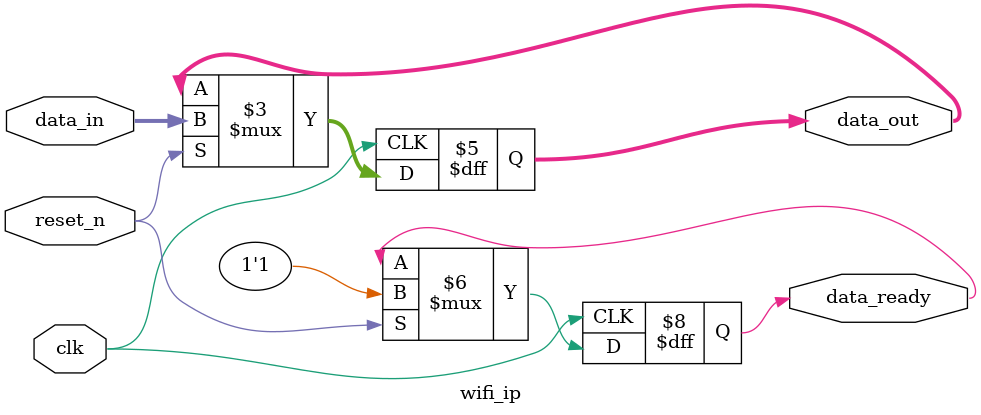
<source format=v>
module wifi_ip (
    input wire clk,
    input wire reset_n,
    input wire [31:0] data_in,
    output wire [31:0] data_out,
    output wire data_ready
);
    // Placeholder for Wi-Fi communication module
    // Example: Transfer data over Wi-Fi interface

    always @(posedge clk or negedge reset_n) begin
        if (~reset_n) begin
            // Reset logic
        end else begin
            data_out <= data_in; // Dummy pass-through for now
            data_ready <= 1'b1;
        end
    end
endmodule

</source>
